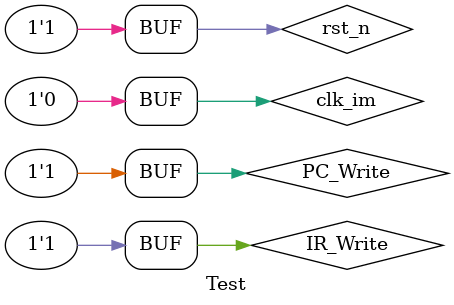
<source format=v>
`timescale 1ns / 1ps


module Test;
    reg PC_Write,IR_Write,rst_n,clk_im;
    wire [31:0] imm32;
    wire [4:0] rs1,rs2,rd;
    wire [6:0] opcode;
    wire [2:0] funct3;
    wire [6:0] funct7;

    Top top(
        .PC_Write(PC_Write),
        .IR_Write(IR_Write),
        .rst_n(rst_n),
        .clk_im(clk_im),
        .imm32(imm32),
        .rs1(rs1),
        .rs2(rs2),
        .rd(rd),
        .opcode(opcode),
        .funct3(funct3),
        .funct7(funct7)
    );

    initial
    begin
        rst_n<=1'b1;
        IR_Write<=1'b1;
        PC_Write<=1'b1;
        clk_im<=1'b0;
        #50;
        clk_im<=1'b1;
        #50;
        clk_im<=1'b0;
        #50;
        clk_im<=1'b1;
        #50;
        clk_im<=1'b0;
        #50;
        clk_im<=1'b1;
        #50;
        clk_im<=1'b0;
        #50;
        clk_im<=1'b1;
        #50;
        clk_im<=1'b0;
        #50;
        clk_im<=1'b1;
        #50;
        clk_im<=1'b0;
        #50;
        clk_im<=1'b1;
        #50;
        clk_im<=1'b0;
        #50;
        clk_im<=1'b1;
        #50;
        clk_im<=1'b0;
        #50;
        clk_im<=1'b1;
        #50;
        clk_im<=1'b0;
        #50;
        clk_im<=1'b1;
        #50;
        clk_im<=1'b0;
        #50;
        clk_im<=1'b1;
        #50;
        clk_im<=1'b0;
        #50;
        clk_im<=1'b1;
        #50;
        clk_im<=1'b0;
        #50;
        clk_im<=1'b1;
        #50;
        clk_im<=1'b0;
        #50;
        clk_im<=1'b1;
        #50;
        clk_im<=1'b0;
        #50;
        clk_im<=1'b1;
        #50;
        clk_im<=1'b0;
        #50;
        clk_im<=1'b1;
        #50;
        clk_im<=1'b0;
        #50;
        clk_im<=1'b1;
        #50;
        clk_im<=1'b0;
        #50;
        clk_im<=1'b1;
        #50;
        clk_im<=1'b0;
        #50;
        clk_im<=1'b1;
        #50;
        clk_im<=1'b0;
        #50;
        clk_im<=1'b1;
        #50;
        clk_im<=1'b0;
        #50;
        clk_im<=1'b1;
        #50;
        clk_im<=1'b0;
    end
endmodule
</source>
